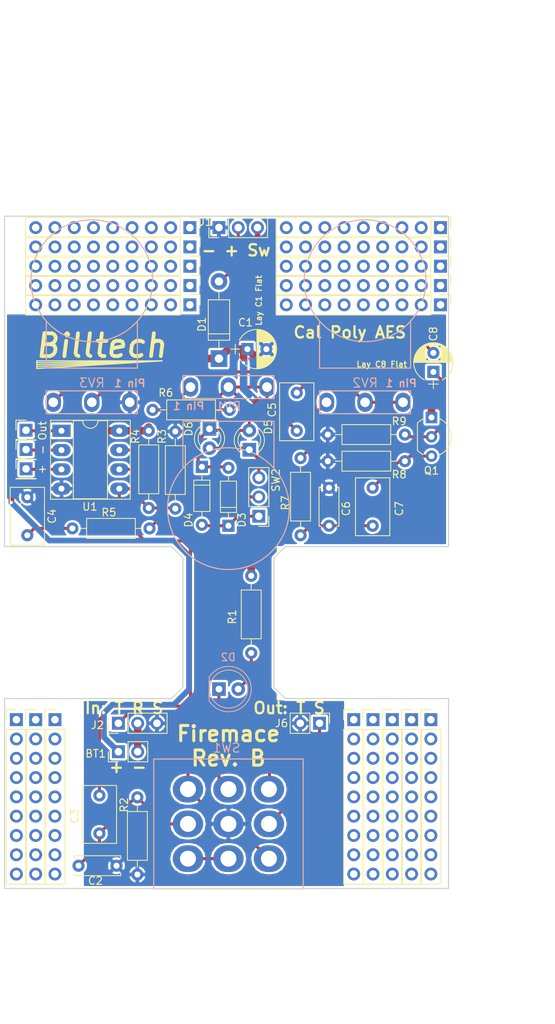
<source format=kicad_pcb>
(kicad_pcb (version 4) (host pcbnew 4.0.7)
  (layers (0 F.Cu signal) (31 B.Cu signal) (34 B.Paste user) (35 F.Paste user) (36 B.SilkS user) (37 F.SilkS user) (38 B.Mask user) (39 F.Mask user) (44 Edge.Cuts user))
  (net 0 "")
  (net 1 +9V)
  (net 2 GND)
  (net 3 "Net-(C2-Pad1)")
  (net 4 "Net-(C3-Pad1)")
  (net 5 "Net-(C4-Pad1)")
  (net 6 "Net-(C5-Pad1)")
  (net 7 "Net-(C5-Pad2)")
  (net 8 "Net-(C6-Pad1)")
  (net 9 "Net-(C7-Pad1)")
  (net 10 "Net-(C8-Pad1)")
  (net 11 "Net-(C8-Pad2)")
  (net 12 "Net-(D1-Pad2)")
  (net 13 "Net-(D2-Pad1)")
  (net 14 "Net-(D2-Pad2)")
  (net 15 "Net-(D3-Pad1)")
  (net 16 "Net-(D5-Pad1)")
  (net 17 "Net-(J2-Pad1)")
  (net 18 "Net-(J3-Pad1)")
  (net 19 "Net-(J4-Pad1)")
  (net 20 "Net-(J5-Pad1)")
  (net 21 "Net-(J6-Pad1)")
  (net 22 "Net-(R5-Pad1)")
  (net 23 "Net-(R6-Pad1)")
  (net 24 "Net-(R7-Pad2)")
  (net 25 "Net-(RV3-Pad2)")
  (net 26 "Net-(SW1-Pad3)")
  (net 27 /Batt+)
  (net 28 /Batt-)
  (module pot_16mm_long_lead (layer B.Cu) (at 161.26 74.644)
    (fp_text reference RV1 (at -0.014 2.552) (layer B.SilkS) (effects (font (size 1.2 1.2)) (justify mirror)))
    (fp_text value "1M Log")
    (pad 1 thru_hole oval (at -5 0) (size 2.032 2.54) (drill 1.27) (layers *.Cu *.Mask) (net 23 "Net-(R6-Pad1)"))
    (pad 2 thru_hole oval (at 0 0) (size 2.032 2.54) (drill 1.27) (layers *.Cu *.Mask) (net 7 "Net-(C5-Pad2)"))
    (pad 3 thru_hole oval (at 5.08 0) (size 2.032 2.54) (drill 1.27) (layers *.Cu *.Mask) (net 7 "Net-(C5-Pad2)"))
  )
  (module Pin_Headers:Pin_Header_Straight_1x09_Pitch2.54mm (layer F.Cu) (at 189.2 63.814 270)
    (fp_text reference REF** hide)
    (fp_text value Pin_Header_Straight_1x09_Pitch2.54mm)
    (pad 1 thru_hole rect (at 0 0 270) (size 1.7 1.7) (drill 1) (layers *.Cu *.Mask))
    (pad 2 thru_hole oval (at 0 2.54 270) (size 1.7 1.7) (drill 1) (layers *.Cu *.Mask))
    (pad 3 thru_hole oval (at 0 5.08 270) (size 1.7 1.7) (drill 1) (layers *.Cu *.Mask))
    (pad 4 thru_hole oval (at 0 7.62 270) (size 1.7 1.7) (drill 1) (layers *.Cu *.Mask))
    (pad 5 thru_hole oval (at 0 10.16 270) (size 1.7 1.7) (drill 1) (layers *.Cu *.Mask))
    (pad 6 thru_hole oval (at 0 12.7 270) (size 1.7 1.7) (drill 1) (layers *.Cu *.Mask))
    (pad 7 thru_hole oval (at 0 15.24 270) (size 1.7 1.7) (drill 1) (layers *.Cu *.Mask))
    (pad 8 thru_hole oval (at 0 17.78 270) (size 1.7 1.7) (drill 1) (layers *.Cu *.Mask))
    (pad 9 thru_hole oval (at 0 20.32 270) (size 1.7 1.7) (drill 1) (layers *.Cu *.Mask))
  )
  (module Pin_Headers:Pin_Header_Straight_1x09_Pitch2.54mm (layer F.Cu) (at 189.2 61.274 270)
    (fp_text reference REF** hide)
    (fp_text value Pin_Header_Straight_1x09_Pitch2.54mm)
    (pad 1 thru_hole rect (at 0 0 270) (size 1.7 1.7) (drill 1) (layers *.Cu *.Mask))
    (pad 2 thru_hole oval (at 0 2.54 270) (size 1.7 1.7) (drill 1) (layers *.Cu *.Mask))
    (pad 3 thru_hole oval (at 0 5.08 270) (size 1.7 1.7) (drill 1) (layers *.Cu *.Mask))
    (pad 4 thru_hole oval (at 0 7.62 270) (size 1.7 1.7) (drill 1) (layers *.Cu *.Mask))
    (pad 5 thru_hole oval (at 0 10.16 270) (size 1.7 1.7) (drill 1) (layers *.Cu *.Mask))
    (pad 6 thru_hole oval (at 0 12.7 270) (size 1.7 1.7) (drill 1) (layers *.Cu *.Mask))
    (pad 7 thru_hole oval (at 0 15.24 270) (size 1.7 1.7) (drill 1) (layers *.Cu *.Mask))
    (pad 8 thru_hole oval (at 0 17.78 270) (size 1.7 1.7) (drill 1) (layers *.Cu *.Mask))
    (pad 9 thru_hole oval (at 0 20.32 270) (size 1.7 1.7) (drill 1) (layers *.Cu *.Mask))
  )
  (module Pin_Headers:Pin_Header_Straight_1x09_Pitch2.54mm (layer F.Cu) (at 189.2 58.734 270)
    (fp_text reference REF** hide)
    (fp_text value Pin_Header_Straight_1x09_Pitch2.54mm)
    (pad 1 thru_hole rect (at 0 0 270) (size 1.7 1.7) (drill 1) (layers *.Cu *.Mask))
    (pad 2 thru_hole oval (at 0 2.54 270) (size 1.7 1.7) (drill 1) (layers *.Cu *.Mask))
    (pad 3 thru_hole oval (at 0 5.08 270) (size 1.7 1.7) (drill 1) (layers *.Cu *.Mask))
    (pad 4 thru_hole oval (at 0 7.62 270) (size 1.7 1.7) (drill 1) (layers *.Cu *.Mask))
    (pad 5 thru_hole oval (at 0 10.16 270) (size 1.7 1.7) (drill 1) (layers *.Cu *.Mask))
    (pad 6 thru_hole oval (at 0 12.7 270) (size 1.7 1.7) (drill 1) (layers *.Cu *.Mask))
    (pad 7 thru_hole oval (at 0 15.24 270) (size 1.7 1.7) (drill 1) (layers *.Cu *.Mask))
    (pad 8 thru_hole oval (at 0 17.78 270) (size 1.7 1.7) (drill 1) (layers *.Cu *.Mask))
    (pad 9 thru_hole oval (at 0 20.32 270) (size 1.7 1.7) (drill 1) (layers *.Cu *.Mask))
  )
  (module Pin_Headers:Pin_Header_Straight_1x09_Pitch2.54mm (layer F.Cu) (at 189.2 56.194 270)
    (fp_text reference REF** hide)
    (fp_text value Pin_Header_Straight_1x09_Pitch2.54mm)
    (pad 1 thru_hole rect (at 0 0 270) (size 1.7 1.7) (drill 1) (layers *.Cu *.Mask))
    (pad 2 thru_hole oval (at 0 2.54 270) (size 1.7 1.7) (drill 1) (layers *.Cu *.Mask))
    (pad 3 thru_hole oval (at 0 5.08 270) (size 1.7 1.7) (drill 1) (layers *.Cu *.Mask))
    (pad 4 thru_hole oval (at 0 7.62 270) (size 1.7 1.7) (drill 1) (layers *.Cu *.Mask))
    (pad 5 thru_hole oval (at 0 10.16 270) (size 1.7 1.7) (drill 1) (layers *.Cu *.Mask))
    (pad 6 thru_hole oval (at 0 12.7 270) (size 1.7 1.7) (drill 1) (layers *.Cu *.Mask))
    (pad 7 thru_hole oval (at 0 15.24 270) (size 1.7 1.7) (drill 1) (layers *.Cu *.Mask))
    (pad 8 thru_hole oval (at 0 17.78 270) (size 1.7 1.7) (drill 1) (layers *.Cu *.Mask))
    (pad 9 thru_hole oval (at 0 20.32 270) (size 1.7 1.7) (drill 1) (layers *.Cu *.Mask))
  )
  (module Pin_Headers:Pin_Header_Straight_1x09_Pitch2.54mm (layer F.Cu) (at 189.2 53.654 270)
    (fp_text reference REF** hide)
    (fp_text value Pin_Header_Straight_1x09_Pitch2.54mm)
    (pad 1 thru_hole rect (at 0 0 270) (size 1.7 1.7) (drill 1) (layers *.Cu *.Mask))
    (pad 2 thru_hole oval (at 0 2.54 270) (size 1.7 1.7) (drill 1) (layers *.Cu *.Mask))
    (pad 3 thru_hole oval (at 0 5.08 270) (size 1.7 1.7) (drill 1) (layers *.Cu *.Mask))
    (pad 4 thru_hole oval (at 0 7.62 270) (size 1.7 1.7) (drill 1) (layers *.Cu *.Mask))
    (pad 5 thru_hole oval (at 0 10.16 270) (size 1.7 1.7) (drill 1) (layers *.Cu *.Mask))
    (pad 6 thru_hole oval (at 0 12.7 270) (size 1.7 1.7) (drill 1) (layers *.Cu *.Mask))
    (pad 7 thru_hole oval (at 0 15.24 270) (size 1.7 1.7) (drill 1) (layers *.Cu *.Mask))
    (pad 8 thru_hole oval (at 0 17.78 270) (size 1.7 1.7) (drill 1) (layers *.Cu *.Mask))
    (pad 9 thru_hole oval (at 0 20.32 270) (size 1.7 1.7) (drill 1) (layers *.Cu *.Mask))
  )
  (module Pin_Headers:Pin_Header_Straight_1x09_Pitch2.54mm (layer F.Cu) (at 156.18 63.814 270)
    (fp_text reference REF** hide)
    (fp_text value Pin_Header_Straight_1x09_Pitch2.54mm)
    (pad 1 thru_hole rect (at 0 0 270) (size 1.7 1.7) (drill 1) (layers *.Cu *.Mask))
    (pad 2 thru_hole oval (at 0 2.54 270) (size 1.7 1.7) (drill 1) (layers *.Cu *.Mask))
    (pad 3 thru_hole oval (at 0 5.08 270) (size 1.7 1.7) (drill 1) (layers *.Cu *.Mask))
    (pad 4 thru_hole oval (at 0 7.62 270) (size 1.7 1.7) (drill 1) (layers *.Cu *.Mask))
    (pad 5 thru_hole oval (at 0 10.16 270) (size 1.7 1.7) (drill 1) (layers *.Cu *.Mask))
    (pad 6 thru_hole oval (at 0 12.7 270) (size 1.7 1.7) (drill 1) (layers *.Cu *.Mask))
    (pad 7 thru_hole oval (at 0 15.24 270) (size 1.7 1.7) (drill 1) (layers *.Cu *.Mask))
    (pad 8 thru_hole oval (at 0 17.78 270) (size 1.7 1.7) (drill 1) (layers *.Cu *.Mask))
    (pad 9 thru_hole oval (at 0 20.32 270) (size 1.7 1.7) (drill 1) (layers *.Cu *.Mask))
  )
  (module Pin_Headers:Pin_Header_Straight_1x09_Pitch2.54mm (layer F.Cu) (at 156.18 61.274 270)
    (fp_text reference REF** hide)
    (fp_text value Pin_Header_Straight_1x09_Pitch2.54mm)
    (pad 1 thru_hole rect (at 0 0 270) (size 1.7 1.7) (drill 1) (layers *.Cu *.Mask))
    (pad 2 thru_hole oval (at 0 2.54 270) (size 1.7 1.7) (drill 1) (layers *.Cu *.Mask))
    (pad 3 thru_hole oval (at 0 5.08 270) (size 1.7 1.7) (drill 1) (layers *.Cu *.Mask))
    (pad 4 thru_hole oval (at 0 7.62 270) (size 1.7 1.7) (drill 1) (layers *.Cu *.Mask))
    (pad 5 thru_hole oval (at 0 10.16 270) (size 1.7 1.7) (drill 1) (layers *.Cu *.Mask))
    (pad 6 thru_hole oval (at 0 12.7 270) (size 1.7 1.7) (drill 1) (layers *.Cu *.Mask))
    (pad 7 thru_hole oval (at 0 15.24 270) (size 1.7 1.7) (drill 1) (layers *.Cu *.Mask))
    (pad 8 thru_hole oval (at 0 17.78 270) (size 1.7 1.7) (drill 1) (layers *.Cu *.Mask))
    (pad 9 thru_hole oval (at 0 20.32 270) (size 1.7 1.7) (drill 1) (layers *.Cu *.Mask))
  )
  (module Pin_Headers:Pin_Header_Straight_1x09_Pitch2.54mm (layer F.Cu) (at 156.18 58.734 270)
    (fp_text reference REF** hide)
    (fp_text value Pin_Header_Straight_1x09_Pitch2.54mm)
    (pad 1 thru_hole rect (at 0 0 270) (size 1.7 1.7) (drill 1) (layers *.Cu *.Mask))
    (pad 2 thru_hole oval (at 0 2.54 270) (size 1.7 1.7) (drill 1) (layers *.Cu *.Mask))
    (pad 3 thru_hole oval (at 0 5.08 270) (size 1.7 1.7) (drill 1) (layers *.Cu *.Mask))
    (pad 4 thru_hole oval (at 0 7.62 270) (size 1.7 1.7) (drill 1) (layers *.Cu *.Mask))
    (pad 5 thru_hole oval (at 0 10.16 270) (size 1.7 1.7) (drill 1) (layers *.Cu *.Mask))
    (pad 6 thru_hole oval (at 0 12.7 270) (size 1.7 1.7) (drill 1) (layers *.Cu *.Mask))
    (pad 7 thru_hole oval (at 0 15.24 270) (size 1.7 1.7) (drill 1) (layers *.Cu *.Mask))
    (pad 8 thru_hole oval (at 0 17.78 270) (size 1.7 1.7) (drill 1) (layers *.Cu *.Mask))
    (pad 9 thru_hole oval (at 0 20.32 270) (size 1.7 1.7) (drill 1) (layers *.Cu *.Mask))
  )
  (module Pin_Headers:Pin_Header_Straight_1x09_Pitch2.54mm (layer F.Cu) (at 156.18 56.194 270)
    (fp_text reference REF** hide)
    (fp_text value Pin_Header_Straight_1x09_Pitch2.54mm)
    (pad 1 thru_hole rect (at 0 0 270) (size 1.7 1.7) (drill 1) (layers *.Cu *.Mask))
    (pad 2 thru_hole oval (at 0 2.54 270) (size 1.7 1.7) (drill 1) (layers *.Cu *.Mask))
    (pad 3 thru_hole oval (at 0 5.08 270) (size 1.7 1.7) (drill 1) (layers *.Cu *.Mask))
    (pad 4 thru_hole oval (at 0 7.62 270) (size 1.7 1.7) (drill 1) (layers *.Cu *.Mask))
    (pad 5 thru_hole oval (at 0 10.16 270) (size 1.7 1.7) (drill 1) (layers *.Cu *.Mask))
    (pad 6 thru_hole oval (at 0 12.7 270) (size 1.7 1.7) (drill 1) (layers *.Cu *.Mask))
    (pad 7 thru_hole oval (at 0 15.24 270) (size 1.7 1.7) (drill 1) (layers *.Cu *.Mask))
    (pad 8 thru_hole oval (at 0 17.78 270) (size 1.7 1.7) (drill 1) (layers *.Cu *.Mask))
    (pad 9 thru_hole oval (at 0 20.32 270) (size 1.7 1.7) (drill 1) (layers *.Cu *.Mask))
  )
  (module Pin_Headers:Pin_Header_Straight_1x09_Pitch2.54mm (layer F.Cu) (at 135.86 118.424)
    (fp_text reference REF** hide)
    (fp_text value Pin_Header_Straight_1x09_Pitch2.54mm)
    (pad 1 thru_hole rect (at 0 0) (size 1.7 1.7) (drill 1) (layers *.Cu *.Mask))
    (pad 2 thru_hole oval (at 0 2.54) (size 1.7 1.7) (drill 1) (layers *.Cu *.Mask))
    (pad 3 thru_hole oval (at 0 5.08) (size 1.7 1.7) (drill 1) (layers *.Cu *.Mask))
    (pad 4 thru_hole oval (at 0 7.62) (size 1.7 1.7) (drill 1) (layers *.Cu *.Mask))
    (pad 5 thru_hole oval (at 0 10.16) (size 1.7 1.7) (drill 1) (layers *.Cu *.Mask))
    (pad 6 thru_hole oval (at 0 12.7) (size 1.7 1.7) (drill 1) (layers *.Cu *.Mask))
    (pad 7 thru_hole oval (at 0 15.24) (size 1.7 1.7) (drill 1) (layers *.Cu *.Mask))
    (pad 8 thru_hole oval (at 0 17.78) (size 1.7 1.7) (drill 1) (layers *.Cu *.Mask))
    (pad 9 thru_hole oval (at 0 20.32) (size 1.7 1.7) (drill 1) (layers *.Cu *.Mask))
  )
  (module Pin_Headers:Pin_Header_Straight_1x09_Pitch2.54mm (layer F.Cu) (at 185.39 118.424)
    (fp_text reference REF** hide)
    (fp_text value Pin_Header_Straight_1x09_Pitch2.54mm)
    (pad 1 thru_hole rect (at 0 0) (size 1.7 1.7) (drill 1) (layers *.Cu *.Mask))
    (pad 2 thru_hole oval (at 0 2.54) (size 1.7 1.7) (drill 1) (layers *.Cu *.Mask))
    (pad 3 thru_hole oval (at 0 5.08) (size 1.7 1.7) (drill 1) (layers *.Cu *.Mask))
    (pad 4 thru_hole oval (at 0 7.62) (size 1.7 1.7) (drill 1) (layers *.Cu *.Mask))
    (pad 5 thru_hole oval (at 0 10.16) (size 1.7 1.7) (drill 1) (layers *.Cu *.Mask))
    (pad 6 thru_hole oval (at 0 12.7) (size 1.7 1.7) (drill 1) (layers *.Cu *.Mask))
    (pad 7 thru_hole oval (at 0 15.24) (size 1.7 1.7) (drill 1) (layers *.Cu *.Mask))
    (pad 8 thru_hole oval (at 0 17.78) (size 1.7 1.7) (drill 1) (layers *.Cu *.Mask))
    (pad 9 thru_hole oval (at 0 20.32) (size 1.7 1.7) (drill 1) (layers *.Cu *.Mask))
  )
  (module Pin_Headers:Pin_Header_Straight_1x09_Pitch2.54mm (layer F.Cu) (at 180.31 118.424)
    (fp_text reference REF** hide)
    (fp_text value Pin_Header_Straight_1x09_Pitch2.54mm)
    (pad 1 thru_hole rect (at 0 0) (size 1.7 1.7) (drill 1) (layers *.Cu *.Mask))
    (pad 2 thru_hole oval (at 0 2.54) (size 1.7 1.7) (drill 1) (layers *.Cu *.Mask))
    (pad 3 thru_hole oval (at 0 5.08) (size 1.7 1.7) (drill 1) (layers *.Cu *.Mask))
    (pad 4 thru_hole oval (at 0 7.62) (size 1.7 1.7) (drill 1) (layers *.Cu *.Mask))
    (pad 5 thru_hole oval (at 0 10.16) (size 1.7 1.7) (drill 1) (layers *.Cu *.Mask))
    (pad 6 thru_hole oval (at 0 12.7) (size 1.7 1.7) (drill 1) (layers *.Cu *.Mask))
    (pad 7 thru_hole oval (at 0 15.24) (size 1.7 1.7) (drill 1) (layers *.Cu *.Mask))
    (pad 8 thru_hole oval (at 0 17.78) (size 1.7 1.7) (drill 1) (layers *.Cu *.Mask))
    (pad 9 thru_hole oval (at 0 20.32) (size 1.7 1.7) (drill 1) (layers *.Cu *.Mask))
  )
  (module guitar-projects:3PDT_Solder_Lugs (layer B.Cu) (at 161.26 132.144)
    (fp_text reference SW1 (at -0.25 -10 180) (layer B.SilkS) (effects (font (size 1.2 1.2)) (justify mirror)))
    (fp_text value SW_3PDT)
    (pad 9 thru_hole oval (at 5.334 4.572 90) (size 3.5 4) (drill 2.1) (layers *.Cu *.Mask) (net 17 "Net-(J2-Pad1)"))
    (pad 8 thru_hole oval (at 5.334 0 90) (size 3.5 4) (drill 2.1) (layers *.Cu *.Mask) (net 21 "Net-(J6-Pad1)"))
    (pad 7 thru_hole oval (at 5.334 -4.572 90) (size 3.5 4) (drill 2.1) (layers *.Cu *.Mask) (net 25 "Net-(RV3-Pad2)"))
    (pad 4 thru_hole oval (at 0 -4.572 90) (size 3.5 4) (drill 2.1) (layers *.Cu *.Mask) (net 13 "Net-(D2-Pad1)"))
    (pad 1 thru_hole oval (at -5.334 -4.572 90) (size 3.5 4) (drill 2.1) (layers *.Cu *.Mask) (net 17 "Net-(J2-Pad1)"))
    (pad 5 thru_hole oval (at 0 0 90) (size 3.5 4) (drill 2.1) (layers *.Cu *.Mask) (net 2 GND))
    (pad 2 thru_hole oval (at -5.334 0 90) (size 3.5 4) (drill 2.1) (layers *.Cu *.Mask) (net 3 "Net-(C2-Pad1)"))
    (pad 6 thru_hole oval (at 0 4.572 90) (size 3.5 4) (drill 2.1) (layers *.Cu *.Mask) (net 26 "Net-(SW1-Pad3)"))
    (pad 3 thru_hole oval (at -5.334 4.572 90) (size 3.5 4) (drill 2.1) (layers *.Cu *.Mask) (net 26 "Net-(SW1-Pad3)"))
  )
  (module Housings_DIP:DIP-8_W7.62mm_Socket_LongPads (layer F.Cu) (at 139.26 80.394)
    (fp_text reference U1 (at 3.75 10) (layer F.SilkS))
    (fp_text value NE5532)
    (pad 1 thru_hole rect (at 0 0) (size 2.4 1.6) (drill 0.8) (layers *.Cu *.Mask) (net 20 "Net-(J5-Pad1)"))
    (pad 5 thru_hole oval (at 7.62 7.62) (size 2.4 1.6) (drill 0.8) (layers *.Cu *.Mask) (net 4 "Net-(C3-Pad1)"))
    (pad 2 thru_hole oval (at 0 2.54) (size 2.4 1.6) (drill 0.8) (layers *.Cu *.Mask) (net 18 "Net-(J3-Pad1)"))
    (pad 6 thru_hole oval (at 7.62 5.08) (size 2.4 1.6) (drill 0.8) (layers *.Cu *.Mask) (net 22 "Net-(R5-Pad1)"))
    (pad 3 thru_hole oval (at 0 5.08) (size 2.4 1.6) (drill 0.8) (layers *.Cu *.Mask) (net 19 "Net-(J4-Pad1)"))
    (pad 7 thru_hole oval (at 7.62 2.54) (size 2.4 1.6) (drill 0.8) (layers *.Cu *.Mask) (net 7 "Net-(C5-Pad2)"))
    (pad 4 thru_hole oval (at 0 7.62) (size 2.4 1.6) (drill 0.8) (layers *.Cu *.Mask) (net 2 GND))
    (pad 8 thru_hole oval (at 7.62 0) (size 2.4 1.6) (drill 0.8) (layers *.Cu *.Mask) (net 1 +9V))
  )
  (module TO_SOT_Packages_THT:TO-92_Inline_Wide (layer F.Cu) (at 188.01 78.644 270)
    (fp_text reference Q1 (at 7 0 360) (layer F.SilkS))
    (fp_text value j201)
    (pad 2 thru_hole circle (at 2.54 0) (size 1.52 1.52) (drill 0.8) (layers *.Cu *.Mask) (net 10 "Net-(C8-Pad1)"))
    (pad 3 thru_hole circle (at 5.08 0) (size 1.52 1.52) (drill 0.8) (layers *.Cu *.Mask) (net 9 "Net-(C7-Pad1)"))
    (pad 1 thru_hole rect (at 0 0) (size 1.52 1.52) (drill 0.8) (layers *.Cu *.Mask) (net 1 +9V))
  )
  (module Pin_Headers:Pin_Header_Straight_1x02_Pitch2.54mm (layer F.Cu) (at 146.76 122.644 90)
    (fp_text reference BT1 (at -0.25 -3 180) (layer F.SilkS))
    (fp_text value 9V)
    (pad 1 thru_hole rect (at 0 0 90) (size 1.7 1.7) (drill 1) (layers *.Cu *.Mask) (net 27 /Batt+))
    (pad 2 thru_hole oval (at 0 2.54 90) (size 1.7 1.7) (drill 1) (layers *.Cu *.Mask) (net 28 /Batt-))
  )
  (module Capacitors_THT:C_Disc_D6.0mm_W2.5mm_P5.00mm (layer F.Cu) (at 141.51 137.644)
    (fp_text reference C2 (at 2.228 1.992) (layer F.SilkS))
    (fp_text value 0.001u)
    (pad 1 thru_hole circle (at 0 0) (size 1.6 1.6) (drill 0.8) (layers *.Cu *.Mask) (net 3 "Net-(C2-Pad1)"))
    (pad 2 thru_hole circle (at 5 0) (size 1.6 1.6) (drill 0.8) (layers *.Cu *.Mask) (net 2 GND))
  )
  (module Capacitors_THT:C_Disc_D7.5mm_W4.4mm_P5.00mm (layer F.Cu) (at 144.26 128.394 270)
    (fp_text reference C3 (at 2.75 3.25 450) (layer F.SilkS))
    (fp_text value 0.047u)
    (pad 1 thru_hole circle (at 0 0 270) (size 1.6 1.6) (drill 0.8) (layers *.Cu *.Mask) (net 4 "Net-(C3-Pad1)"))
    (pad 2 thru_hole circle (at 5 0 270) (size 1.6 1.6) (drill 0.8) (layers *.Cu *.Mask) (net 3 "Net-(C2-Pad1)"))
  )
  (module Capacitors_THT:C_Disc_D7.5mm_W4.4mm_P5.00mm (layer F.Cu) (at 134.76 94.144 90)
    (fp_text reference C4 (at 2.5 3.25 270) (layer F.SilkS))
    (fp_text value 0.22u)
    (pad 1 thru_hole circle (at 0 0 90) (size 1.6 1.6) (drill 0.8) (layers *.Cu *.Mask) (net 5 "Net-(C4-Pad1)"))
    (pad 2 thru_hole circle (at 5 0 90) (size 1.6 1.6) (drill 0.8) (layers *.Cu *.Mask) (net 2 GND))
  )
  (module Capacitors_THT:C_Disc_D7.5mm_W4.4mm_P5.00mm (layer F.Cu) (at 170.26 75.394 270)
    (fp_text reference C5 (at 2.25 3.25 450) (layer F.SilkS))
    (fp_text value 0.1u)
    (pad 1 thru_hole circle (at 0 0 270) (size 1.6 1.6) (drill 0.8) (layers *.Cu *.Mask) (net 6 "Net-(C5-Pad1)"))
    (pad 2 thru_hole circle (at 5 0 270) (size 1.6 1.6) (drill 0.8) (layers *.Cu *.Mask) (net 7 "Net-(C5-Pad2)"))
  )
  (module Capacitors_THT:C_Disc_D5.0mm_W2.5mm_P5.00mm (layer F.Cu) (at 174.51 92.894 90)
    (fp_text reference C6 (at 2.25 2.25 90) (layer F.SilkS))
    (fp_text value 0.0033u)
    (pad 1 thru_hole circle (at 0 0 90) (size 1.6 1.6) (drill 0.8) (layers *.Cu *.Mask) (net 8 "Net-(C6-Pad1)"))
    (pad 2 thru_hole circle (at 5 0 90) (size 1.6 1.6) (drill 0.8) (layers *.Cu *.Mask) (net 2 GND))
  )
  (module Capacitors_THT:C_Disc_D7.5mm_W4.4mm_P5.00mm (layer F.Cu) (at 180.26 87.894 270)
    (fp_text reference C7 (at 2.75 -3.5 450) (layer F.SilkS))
    (fp_text value 0.1u)
    (pad 1 thru_hole circle (at 0 0 270) (size 1.6 1.6) (drill 0.8) (layers *.Cu *.Mask) (net 9 "Net-(C7-Pad1)"))
    (pad 2 thru_hole circle (at 5 0 270) (size 1.6 1.6) (drill 0.8) (layers *.Cu *.Mask) (net 8 "Net-(C6-Pad1)"))
  )
  (module Diodes_THT:D_DO-41_SOD81_P10.16mm_Horizontal (layer F.Cu) (at 160.01 70.894 90)
    (fp_text reference D1 (at 4.5 -2.25 270) (layer F.SilkS))
    (fp_text value 1n5818)
    (pad 1 thru_hole rect (at 0 0 90) (size 2.2 2.2) (drill 1.1) (layers *.Cu *.Mask) (net 1 +9V))
    (pad 2 thru_hole oval (at 10.16 0 90) (size 2.2 2.2) (drill 1.1) (layers *.Cu *.Mask) (net 12 "Net-(D1-Pad2)"))
  )
  (module LEDs:LED_D5.0mm (layer B.Cu) (at 160.01 114.394)
    (fp_text reference D2 (at 1.222 -4.188) (layer B.SilkS) (effects (justify mirror)))
    (fp_text value LED)
    (pad 1 thru_hole rect (at 0 0) (size 1.8 1.8) (drill 0.9) (layers *.Cu *.Mask) (net 13 "Net-(D2-Pad1)"))
    (pad 2 thru_hole circle (at 2.54 0) (size 1.8 1.8) (drill 0.9) (layers *.Cu *.Mask) (net 14 "Net-(D2-Pad2)"))
  )
  (module LEDs:LED_D3.0mm (layer F.Cu) (at 164.01 82.894 90)
    (fp_text reference D5 (at 3 2.5 90) (layer F.SilkS))
    (fp_text value LED)
    (pad 1 thru_hole rect (at 0 0 90) (size 1.8 1.8) (drill 0.9) (layers *.Cu *.Mask) (net 16 "Net-(D5-Pad1)"))
    (pad 2 thru_hole circle (at 2.54 0 90) (size 1.8 1.8) (drill 0.9) (layers *.Cu *.Mask) (net 7 "Net-(C5-Pad2)"))
  )
  (module LEDs:LED_D3.0mm (layer F.Cu) (at 158.76 80.144 270)
    (fp_text reference D6 (at 0 2.75 270) (layer F.SilkS))
    (fp_text value LED)
    (pad 1 thru_hole rect (at 0 0 270) (size 1.8 1.8) (drill 0.9) (layers *.Cu *.Mask) (net 7 "Net-(C5-Pad2)"))
    (pad 2 thru_hole circle (at 2.54 0 270) (size 1.8 1.8) (drill 0.9) (layers *.Cu *.Mask) (net 16 "Net-(D5-Pad1)"))
  )
  (module Pin_Headers:Pin_Header_Straight_1x03_Pitch2.54mm (layer F.Cu) (at 160.01 53.644 90)
    (fp_text reference J1 (at 0.75 -1.75 180) (layer F.SilkS))
    (fp_text value "2.1mm Center Neg Insulated")
    (pad 1 thru_hole rect (at 0 0 90) (size 1.7 1.7) (drill 1) (layers *.Cu *.Mask) (net 2 GND))
    (pad 2 thru_hole oval (at 0 2.54 90) (size 1.7 1.7) (drill 1) (layers *.Cu *.Mask) (net 12 "Net-(D1-Pad2)"))
    (pad 3 thru_hole oval (at 0 5.08 90) (size 1.7 1.7) (drill 1) (layers *.Cu *.Mask) (net 27 /Batt+))
  )
  (module Pin_Headers:Pin_Header_Straight_1x01_Pitch2.54mm (layer F.Cu) (at 134.59 82.864)
    (fp_text reference - (at 2.17 0.03 90) (layer F.SilkS))
    (fp_text value TEST_1P)
    (pad 1 thru_hole rect (at 0 0) (size 1.7 1.7) (drill 1) (layers *.Cu *.Mask) (net 18 "Net-(J3-Pad1)"))
  )
  (module Pin_Headers:Pin_Header_Straight_1x01_Pitch2.54mm (layer F.Cu) (at 134.59 85.404)
    (fp_text reference + (at 2.17 -0.01) (layer F.SilkS))
    (fp_text value TEST_1P)
    (pad 1 thru_hole rect (at 0 0) (size 1.7 1.7) (drill 1) (layers *.Cu *.Mask) (net 19 "Net-(J4-Pad1)"))
  )
  (module Pin_Headers:Pin_Header_Straight_1x01_Pitch2.54mm (layer F.Cu) (at 134.59 80.324)
    (fp_text reference Out (at 2.17 0.07 90) (layer F.SilkS))
    (fp_text value TEST_1P)
    (pad 1 thru_hole rect (at 0 0) (size 1.7 1.7) (drill 1) (layers *.Cu *.Mask) (net 20 "Net-(J5-Pad1)"))
  )
  (module Resistors_THT:R_Axial_DIN0207_L6.3mm_D2.5mm_P10.16mm_Horizontal (layer F.Cu) (at 164.26 109.644 90)
    (fp_text reference R1 (at 4.75 -2.5 270) (layer F.SilkS))
    (fp_text value 10k)
    (pad 1 thru_hole circle (at 0 0 90) (size 1.6 1.6) (drill 0.8) (layers *.Cu *.Mask) (net 14 "Net-(D2-Pad2)"))
    (pad 2 thru_hole oval (at 10.16 0 90) (size 1.6 1.6) (drill 0.8) (layers *.Cu *.Mask) (net 1 +9V))
  )
  (module Resistors_THT:R_Axial_DIN0207_L6.3mm_D2.5mm_P10.16mm_Horizontal (layer F.Cu) (at 149.26 128.644 270)
    (fp_text reference R2 (at 1 1.75 270) (layer F.SilkS))
    (fp_text value 1M)
    (pad 1 thru_hole circle (at 0 0 270) (size 1.6 1.6) (drill 0.8) (layers *.Cu *.Mask) (net 3 "Net-(C2-Pad1)"))
    (pad 2 thru_hole oval (at 10.16 0 270) (size 1.6 1.6) (drill 0.8) (layers *.Cu *.Mask) (net 2 GND))
  )
  (module Resistors_THT:R_Axial_DIN0207_L6.3mm_D2.5mm_P10.16mm_Horizontal (layer F.Cu) (at 154.26 90.644 90)
    (fp_text reference R3 (at 9.5 -1.75 270) (layer F.SilkS))
    (fp_text value 470k)
    (pad 1 thru_hole circle (at 0 0 90) (size 1.6 1.6) (drill 0.8) (layers *.Cu *.Mask) (net 4 "Net-(C3-Pad1)"))
    (pad 2 thru_hole oval (at 10.16 0 90) (size 1.6 1.6) (drill 0.8) (layers *.Cu *.Mask) (net 2 GND))
  )
  (module Resistors_THT:R_Axial_DIN0207_L6.3mm_D2.5mm_P10.16mm_Horizontal (layer F.Cu) (at 150.76 80.394 270)
    (fp_text reference R4 (at 0.75 1.75 450) (layer F.SilkS))
    (fp_text value 470k)
    (pad 1 thru_hole circle (at 0 0 270) (size 1.6 1.6) (drill 0.8) (layers *.Cu *.Mask) (net 1 +9V))
    (pad 2 thru_hole oval (at 10.16 0 270) (size 1.6 1.6) (drill 0.8) (layers *.Cu *.Mask) (net 4 "Net-(C3-Pad1)"))
  )
  (module Resistors_THT:R_Axial_DIN0207_L6.3mm_D2.5mm_P10.16mm_Horizontal (layer F.Cu) (at 150.86 93.244 180)
    (fp_text reference R5 (at 5.35 2.1 180) (layer F.SilkS))
    (fp_text value 1k8)
    (pad 1 thru_hole circle (at 0 0 180) (size 1.6 1.6) (drill 0.8) (layers *.Cu *.Mask) (net 22 "Net-(R5-Pad1)"))
    (pad 2 thru_hole oval (at 10.16 0 180) (size 1.6 1.6) (drill 0.8) (layers *.Cu *.Mask) (net 5 "Net-(C4-Pad1)"))
  )
  (module Resistors_THT:R_Axial_DIN0207_L6.3mm_D2.5mm_P10.16mm_Horizontal (layer F.Cu) (at 151.26 77.644)
    (fp_text reference R6 (at 1.75 -2.25) (layer F.SilkS))
    (fp_text value 10k)
    (pad 1 thru_hole circle (at 0 0) (size 1.6 1.6) (drill 0.8) (layers *.Cu *.Mask) (net 23 "Net-(R6-Pad1)"))
    (pad 2 thru_hole oval (at 10.16 0) (size 1.6 1.6) (drill 0.8) (layers *.Cu *.Mask) (net 22 "Net-(R5-Pad1)"))
  )
  (module Resistors_THT:R_Axial_DIN0207_L6.3mm_D2.5mm_P10.16mm_Horizontal (layer F.Cu) (at 170.76 94.144 90)
    (fp_text reference R7 (at 4.25 -2 270) (layer F.SilkS))
    (fp_text value 1k8)
    (pad 1 thru_hole circle (at 0 0 90) (size 1.6 1.6) (drill 0.8) (layers *.Cu *.Mask) (net 8 "Net-(C6-Pad1)"))
    (pad 2 thru_hole oval (at 10.16 0 90) (size 1.6 1.6) (drill 0.8) (layers *.Cu *.Mask) (net 24 "Net-(R7-Pad2)"))
  )
  (module Resistors_THT:R_Axial_DIN0207_L6.3mm_D2.5mm_P10.16mm_Horizontal (layer F.Cu) (at 184.51 84.394 180)
    (fp_text reference R8 (at 0.75 -1.75 180) (layer F.SilkS))
    (fp_text value 1M)
    (pad 1 thru_hole circle (at 0 0 180) (size 1.6 1.6) (drill 0.8) (layers *.Cu *.Mask) (net 9 "Net-(C7-Pad1)"))
    (pad 2 thru_hole oval (at 10.16 0 180) (size 1.6 1.6) (drill 0.8) (layers *.Cu *.Mask) (net 2 GND))
  )
  (module Resistors_THT:R_Axial_DIN0207_L6.3mm_D2.5mm_P10.16mm_Horizontal (layer F.Cu) (at 184.51 80.894 180)
    (fp_text reference R9 (at 0.75 1.75 180) (layer F.SilkS))
    (fp_text value 10k)
    (pad 1 thru_hole circle (at 0 0 180) (size 1.6 1.6) (drill 0.8) (layers *.Cu *.Mask) (net 10 "Net-(C8-Pad1)"))
    (pad 2 thru_hole oval (at 10.16 0 180) (size 1.6 1.6) (drill 0.8) (layers *.Cu *.Mask) (net 2 GND))
  )
  (module Pin_Headers:Pin_Header_Straight_1x03_Pitch2.54mm (layer F.Cu) (at 165.26 91.644 180)
    (fp_text reference SW2 (at -2.25 4.75 450) (layer F.SilkS))
    (fp_text value SW_SPDT)
    (pad 1 thru_hole rect (at 0 0 180) (size 1.7 1.7) (drill 1) (layers *.Cu *.Mask) (net 15 "Net-(D3-Pad1)"))
    (pad 2 thru_hole oval (at 0 2.54 180) (size 1.7 1.7) (drill 1) (layers *.Cu *.Mask) (net 22 "Net-(R5-Pad1)"))
    (pad 3 thru_hole oval (at 0 5.08 180) (size 1.7 1.7) (drill 1) (layers *.Cu *.Mask) (net 16 "Net-(D5-Pad1)"))
  )
  (module Diodes_THT:D_DO-35_SOD27_P7.62mm_Horizontal (layer F.Cu) (at 161.26 92.894 90)
    (fp_text reference D3 (at 0.75 1.75 270) (layer F.SilkS))
    (fp_text value 1N4148)
    (pad 1 thru_hole rect (at 0 0 90) (size 1.6 1.6) (drill 0.8) (layers *.Cu *.Mask) (net 15 "Net-(D3-Pad1)"))
    (pad 2 thru_hole oval (at 7.62 0 90) (size 1.6 1.6) (drill 0.8) (layers *.Cu *.Mask) (net 7 "Net-(C5-Pad2)"))
  )
  (module Diodes_THT:D_DO-35_SOD27_P7.62mm_Horizontal (layer F.Cu) (at 157.76 85.144 270)
    (fp_text reference D4 (at 7 1.75 450) (layer F.SilkS))
    (fp_text value 1N4148)
    (pad 1 thru_hole rect (at 0 0 270) (size 1.6 1.6) (drill 0.8) (layers *.Cu *.Mask) (net 7 "Net-(C5-Pad2)"))
    (pad 2 thru_hole oval (at 7.62 0 270) (size 1.6 1.6) (drill 0.8) (layers *.Cu *.Mask) (net 15 "Net-(D3-Pad1)"))
  )
  (module Capacitors_THT:CP_Radial_D5.0mm_P2.50mm (layer F.Cu) (at 163.76 69.644)
    (fp_text reference C1 (at -0.25 -3.5) (layer F.SilkS))
    (fp_text value 100u)
    (pad 1 thru_hole rect (at 0 0) (size 1.6 1.6) (drill 0.8) (layers *.Cu *.Mask) (net 1 +9V))
    (pad 2 thru_hole circle (at 2.5 0) (size 1.6 1.6) (drill 0.8) (layers *.Cu *.Mask) (net 2 GND))
  )
  (module Capacitors_THT:CP_Radial_D5.0mm_P2.50mm (layer F.Cu) (at 188.26 72.644 90)
    (fp_text reference C8 (at 5 0 90) (layer F.SilkS))
    (fp_text value 10u)
    (pad 1 thru_hole rect (at 0 0 90) (size 1.6 1.6) (drill 0.8) (layers *.Cu *.Mask) (net 10 "Net-(C8-Pad1)"))
    (pad 2 thru_hole circle (at 2.5 0 90) (size 1.6 1.6) (drill 0.8) (layers *.Cu *.Mask) (net 11 "Net-(C8-Pad2)"))
  )
  (module Pin_Headers:Pin_Header_Straight_1x03_Pitch2.54mm (layer F.Cu) (at 146.76 118.894 90)
    (fp_text reference J2 (at -0.25 -2.75 180) (layer F.SilkS))
    (fp_text value "Input Stereo")
    (pad 1 thru_hole rect (at 0 0 90) (size 1.7 1.7) (drill 1) (layers *.Cu *.Mask) (net 17 "Net-(J2-Pad1)"))
    (pad 2 thru_hole oval (at 0 2.54 90) (size 1.7 1.7) (drill 1) (layers *.Cu *.Mask) (net 28 /Batt-))
    (pad 3 thru_hole oval (at 0 5.08 90) (size 1.7 1.7) (drill 1) (layers *.Cu *.Mask) (net 2 GND))
  )
  (module Pin_Headers:Pin_Header_Straight_1x02_Pitch2.54mm (layer F.Cu) (at 173.26 118.894 270)
    (fp_text reference J6 (at 0 5 360) (layer F.SilkS))
    (fp_text value "Output Mono")
    (pad 1 thru_hole rect (at 0 0 270) (size 1.7 1.7) (drill 1) (layers *.Cu *.Mask) (net 21 "Net-(J6-Pad1)"))
    (pad 2 thru_hole oval (at 0 2.54 270) (size 1.7 1.7) (drill 1) (layers *.Cu *.Mask) (net 2 GND))
  )
  (module Pin_Headers:Pin_Header_Straight_1x09_Pitch2.54mm (layer F.Cu) (at 177.77 118.424)
    (fp_text reference REF** hide)
    (fp_text value Pin_Header_Straight_1x09_Pitch2.54mm)
    (pad 1 thru_hole rect (at 0 0) (size 1.7 1.7) (drill 1) (layers *.Cu *.Mask))
    (pad 2 thru_hole oval (at 0 2.54) (size 1.7 1.7) (drill 1) (layers *.Cu *.Mask))
    (pad 3 thru_hole oval (at 0 5.08) (size 1.7 1.7) (drill 1) (layers *.Cu *.Mask))
    (pad 4 thru_hole oval (at 0 7.62) (size 1.7 1.7) (drill 1) (layers *.Cu *.Mask))
    (pad 5 thru_hole oval (at 0 10.16) (size 1.7 1.7) (drill 1) (layers *.Cu *.Mask))
    (pad 6 thru_hole oval (at 0 12.7) (size 1.7 1.7) (drill 1) (layers *.Cu *.Mask))
    (pad 7 thru_hole oval (at 0 15.24) (size 1.7 1.7) (drill 1) (layers *.Cu *.Mask))
    (pad 8 thru_hole oval (at 0 17.78) (size 1.7 1.7) (drill 1) (layers *.Cu *.Mask))
    (pad 9 thru_hole oval (at 0 20.32) (size 1.7 1.7) (drill 1) (layers *.Cu *.Mask))
  )
  (module Pin_Headers:Pin_Header_Straight_1x09_Pitch2.54mm (layer F.Cu) (at 182.85 118.424)
    (fp_text reference REF** hide)
    (fp_text value Pin_Header_Straight_1x09_Pitch2.54mm)
    (pad 1 thru_hole rect (at 0 0) (size 1.7 1.7) (drill 1) (layers *.Cu *.Mask))
    (pad 2 thru_hole oval (at 0 2.54) (size 1.7 1.7) (drill 1) (layers *.Cu *.Mask))
    (pad 3 thru_hole oval (at 0 5.08) (size 1.7 1.7) (drill 1) (layers *.Cu *.Mask))
    (pad 4 thru_hole oval (at 0 7.62) (size 1.7 1.7) (drill 1) (layers *.Cu *.Mask))
    (pad 5 thru_hole oval (at 0 10.16) (size 1.7 1.7) (drill 1) (layers *.Cu *.Mask))
    (pad 6 thru_hole oval (at 0 12.7) (size 1.7 1.7) (drill 1) (layers *.Cu *.Mask))
    (pad 7 thru_hole oval (at 0 15.24) (size 1.7 1.7) (drill 1) (layers *.Cu *.Mask))
    (pad 8 thru_hole oval (at 0 17.78) (size 1.7 1.7) (drill 1) (layers *.Cu *.Mask))
    (pad 9 thru_hole oval (at 0 20.32) (size 1.7 1.7) (drill 1) (layers *.Cu *.Mask))
  )
  (module Pin_Headers:Pin_Header_Straight_1x09_Pitch2.54mm (layer F.Cu) (at 187.93 118.424)
    (fp_text reference REF** hide)
    (fp_text value Pin_Header_Straight_1x09_Pitch2.54mm)
    (pad 1 thru_hole rect (at 0 0) (size 1.7 1.7) (drill 1) (layers *.Cu *.Mask))
    (pad 2 thru_hole oval (at 0 2.54) (size 1.7 1.7) (drill 1) (layers *.Cu *.Mask))
    (pad 3 thru_hole oval (at 0 5.08) (size 1.7 1.7) (drill 1) (layers *.Cu *.Mask))
    (pad 4 thru_hole oval (at 0 7.62) (size 1.7 1.7) (drill 1) (layers *.Cu *.Mask))
    (pad 5 thru_hole oval (at 0 10.16) (size 1.7 1.7) (drill 1) (layers *.Cu *.Mask))
    (pad 6 thru_hole oval (at 0 12.7) (size 1.7 1.7) (drill 1) (layers *.Cu *.Mask))
    (pad 7 thru_hole oval (at 0 15.24) (size 1.7 1.7) (drill 1) (layers *.Cu *.Mask))
    (pad 8 thru_hole oval (at 0 17.78) (size 1.7 1.7) (drill 1) (layers *.Cu *.Mask))
    (pad 9 thru_hole oval (at 0 20.32) (size 1.7 1.7) (drill 1) (layers *.Cu *.Mask))
  )
  (module Pin_Headers:Pin_Header_Straight_1x09_Pitch2.54mm (layer F.Cu) (at 133.32 118.424)
    (fp_text reference REF** hide)
    (fp_text value Pin_Header_Straight_1x09_Pitch2.54mm)
    (pad 1 thru_hole rect (at 0 0) (size 1.7 1.7) (drill 1) (layers *.Cu *.Mask))
    (pad 2 thru_hole oval (at 0 2.54) (size 1.7 1.7) (drill 1) (layers *.Cu *.Mask))
    (pad 3 thru_hole oval (at 0 5.08) (size 1.7 1.7) (drill 1) (layers *.Cu *.Mask))
    (pad 4 thru_hole oval (at 0 7.62) (size 1.7 1.7) (drill 1) (layers *.Cu *.Mask))
    (pad 5 thru_hole oval (at 0 10.16) (size 1.7 1.7) (drill 1) (layers *.Cu *.Mask))
    (pad 6 thru_hole oval (at 0 12.7) (size 1.7 1.7) (drill 1) (layers *.Cu *.Mask))
    (pad 7 thru_hole oval (at 0 15.24) (size 1.7 1.7) (drill 1) (layers *.Cu *.Mask))
    (pad 8 thru_hole oval (at 0 17.78) (size 1.7 1.7) (drill 1) (layers *.Cu *.Mask))
    (pad 9 thru_hole oval (at 0 20.32) (size 1.7 1.7) (drill 1) (layers *.Cu *.Mask))
  )
  (module Pin_Headers:Pin_Header_Straight_1x09_Pitch2.54mm (layer F.Cu) (at 138.4 118.424)
    (fp_text reference REF** hide)
    (fp_text value Pin_Header_Straight_1x09_Pitch2.54mm)
    (pad 1 thru_hole rect (at 0 0) (size 1.7 1.7) (drill 1) (layers *.Cu *.Mask))
    (pad 2 thru_hole oval (at 0 2.54) (size 1.7 1.7) (drill 1) (layers *.Cu *.Mask))
    (pad 3 thru_hole oval (at 0 5.08) (size 1.7 1.7) (drill 1) (layers *.Cu *.Mask))
    (pad 4 thru_hole oval (at 0 7.62) (size 1.7 1.7) (drill 1) (layers *.Cu *.Mask))
    (pad 5 thru_hole oval (at 0 10.16) (size 1.7 1.7) (drill 1) (layers *.Cu *.Mask))
    (pad 6 thru_hole oval (at 0 12.7) (size 1.7 1.7) (drill 1) (layers *.Cu *.Mask))
    (pad 7 thru_hole oval (at 0 15.24) (size 1.7 1.7) (drill 1) (layers *.Cu *.Mask))
    (pad 8 thru_hole oval (at 0 17.78) (size 1.7 1.7) (drill 1) (layers *.Cu *.Mask))
    (pad 9 thru_hole oval (at 0 20.32) (size 1.7 1.7) (drill 1) (layers *.Cu *.Mask))
  )
  (module Pin_Headers:Pin_Header_Straight_1x09_Pitch2.54mm (layer F.Cu) (at 156.18 53.654 270)
    (fp_text reference REF** hide)
    (fp_text value Pin_Header_Straight_1x09_Pitch2.54mm)
    (pad 1 thru_hole rect (at 0 0 270) (size 1.7 1.7) (drill 1) (layers *.Cu *.Mask))
    (pad 2 thru_hole oval (at 0 2.54 270) (size 1.7 1.7) (drill 1) (layers *.Cu *.Mask))
    (pad 3 thru_hole oval (at 0 5.08 270) (size 1.7 1.7) (drill 1) (layers *.Cu *.Mask))
    (pad 4 thru_hole oval (at 0 7.62 270) (size 1.7 1.7) (drill 1) (layers *.Cu *.Mask))
    (pad 5 thru_hole oval (at 0 10.16 270) (size 1.7 1.7) (drill 1) (layers *.Cu *.Mask))
    (pad 6 thru_hole oval (at 0 12.7 270) (size 1.7 1.7) (drill 1) (layers *.Cu *.Mask))
    (pad 7 thru_hole oval (at 0 15.24 270) (size 1.7 1.7) (drill 1) (layers *.Cu *.Mask))
    (pad 8 thru_hole oval (at 0 17.78 270) (size 1.7 1.7) (drill 1) (layers *.Cu *.Mask))
    (pad 9 thru_hole oval (at 0 20.32 270) (size 1.7 1.7) (drill 1) (layers *.Cu *.Mask))
  )
  (module feetprints:Billtech (layer F.Cu) (at 145.26 69.444)
    (fp_text reference REF** hide)
    (fp_text value Billtech hide)
    (fp_text user Billtech (at -0.75 -0.25) (layer F.SilkS) (effects (font (size 3 3) (thickness 0.5) italic)))
  )
  (module feetprints:pot_16mm_long_lead (layer B.Cu) (at 179.26 76.644 180)
    (fp_text reference RV2 (at -0.014 2.552 180) (layer B.SilkS) (effects (font (size 1.2 1.2)) (justify mirror)))
    (fp_text value "100k Lin")
    (pad 1 thru_hole oval (at -5 0 180) (size 2.032 2.54) (drill 1.27) (layers *.Cu *.Mask) (net 6 "Net-(C5-Pad1)"))
    (pad 2 thru_hole oval (at 0 0 180) (size 2.032 2.54) (drill 1.27) (layers *.Cu *.Mask) (net 6 "Net-(C5-Pad1)"))
    (pad 3 thru_hole oval (at 5.08 0 180) (size 2.032 2.54) (drill 1.27) (layers *.Cu *.Mask) (net 24 "Net-(R7-Pad2)"))
  )
  (module feetprints:pot_16mm_long_lead (layer B.Cu) (at 143.26 76.644 180)
    (fp_text reference RV3 (at -0.014 2.552 180) (layer B.SilkS) (effects (font (size 1.2 1.2)) (justify mirror)))
    (fp_text value "100k Log")
    (pad 1 thru_hole oval (at -5 0 180) (size 2.032 2.54) (drill 1.27) (layers *.Cu *.Mask) (net 2 GND))
    (pad 2 thru_hole oval (at 0 0 180) (size 2.032 2.54) (drill 1.27) (layers *.Cu *.Mask) (net 25 "Net-(RV3-Pad2)"))
    (pad 3 thru_hole oval (at 5.08 0 180) (size 2.032 2.54) (drill 1.27) (layers *.Cu *.Mask) (net 11 "Net-(C8-Pad2)"))
  )
  (gr_text "Pin 1\n" (at 184.01 74.144) (layer B.SilkS) (effects (font (size 1 1) (thickness 0.2)) (justify mirror)))
  (gr_text "Pin 1\n" (at 156.01 77.144) (layer B.SilkS) (effects (font (size 1 1) (thickness 0.2)) (justify mirror)))
  (gr_text "Pin 1\n" (at 148.26 74.144) (layer B.SilkS) (effects (font (size 1 1) (thickness 0.2)) (justify mirror)))
  (gr_text "Out: T S" (at 169.26 116.894) (layer F.SilkS) (effects (font (size 1.5 1.5) (thickness 0.3))))
  (gr_text "In: T R S" (at 147.51 116.894) (layer F.SilkS) (effects (font (size 1.5 1.5) (thickness 0.3))))
  (gr_text "+ -" (at 148.01 124.644) (layer F.SilkS) (effects (font (size 1.5 1.5) (thickness 0.3))))
  (gr_line (start 190.26 140.644) (end 131.76 140.644) (angle 90) (layer Edge.Cuts) (width 0.15))
  (gr_line (start 190.26 115.644) (end 190.26 140.644) (angle 90) (layer Edge.Cuts) (width 0.15))
  (gr_line (start 168.76 115.644) (end 190.26 115.644) (angle 90) (layer Edge.Cuts) (width 0.15))
  (gr_line (start 167.26 114.144) (end 168.76 115.644) (angle 90) (layer Edge.Cuts) (width 0.15))
  (gr_line (start 167.26 97.144) (end 167.26 114.144) (angle 90) (layer Edge.Cuts) (width 0.15))
  (gr_line (start 168.76 95.644) (end 167.26 97.144) (angle 90) (layer Edge.Cuts) (width 0.15))
  (gr_line (start 190.26 95.644) (end 168.76 95.644) (angle 90) (layer Edge.Cuts) (width 0.15))
  (gr_line (start 190.26 95.144) (end 190.26 95.644) (angle 90) (layer Edge.Cuts) (width 0.15))
  (gr_line (start 190.26 52.144) (end 190.26 95.144) (angle 90) (layer Edge.Cuts) (width 0.15))
  (gr_line (start 131.76 115.644) (end 131.76 140.644) (angle 90) (layer Edge.Cuts) (width 0.15))
  (gr_line (start 153.76 115.644) (end 131.76 115.644) (angle 90) (layer Edge.Cuts) (width 0.15))
  (gr_line (start 155.26 114.144) (end 155.26 97.144) (angle 90) (layer Edge.Cuts) (width 0.15))
  (gr_line (start 155.26 114.144) (end 153.76 115.644) (angle 90) (layer Edge.Cuts) (width 0.15))
  (gr_line (start 153.76 95.644) (end 155.26 97.144) (angle 90) (layer Edge.Cuts) (width 0.15))
  (gr_line (start 131.76 95.644) (end 153.76 95.644) (angle 90) (layer Edge.Cuts) (width 0.15))
  (gr_line (start 131.76 52.144) (end 131.76 95.644) (angle 90) (layer Edge.Cuts) (width 0.15))
  (gr_line (start 190.26 52.144) (end 131.76 52.144) (angle 90) (layer Edge.Cuts) (width 0.15))
  (gr_text "Lay C8 Flat" (at 181.46 71.644) (layer F.SilkS) (effects (font (size 0.75 0.75))))
  (gr_text "Cal Poly AES" (at 177.26 67.444) (layer F.SilkS) (effects (font (size 1.5 1.5) (thickness 0.3))))
  (gr_text "Lay C1 Flat" (at 165.26 63.244 90) (layer F.SilkS) (effects (font (size 0.75 0.75))))
  (gr_text "Firemace\nRev. B" (at 161.26 121.894) (layer F.SilkS) (effects (font (size 2 2) (thickness 0.4))))
  (gr_text "- + Sw" (at 162.26 56.644) (layer F.SilkS) (effects (font (size 1.5 1.5) (thickness 0.3))))
  (segment (start 164.46 76.044) (end 163.26 74.844) (width 1) (layer B.Cu) (net 1))
  (segment (start 164.26 99.484) (end 164.26 96.144) (width 1) (layer F.Cu) (net 1))
  (segment (start 168.01 92.394) (end 168.01 81.894) (width 1) (layer F.Cu) (net 1))
  (segment (start 164.26 96.144) (end 168.01 92.394) (width 1) (layer F.Cu) (net 1))
  (segment (start 168.01 79.594) (end 168.01 81.894) (width 1) (layer F.Cu) (net 1))
  (segment (start 164.46 76.044) (end 168.01 79.594) (width 1) (layer F.Cu) (net 1))
  (via (at 164.46 76.044) (size 0.6) (drill 0.4) (layers F.Cu B.Cu) (net 1))
  (segment (start 163.26 71.444) (end 163.26 70.144) (width 1) (layer F.Cu) (net 1))
  (via (at 163.26 71.444) (size 0.6) (drill 0.4) (layers F.Cu B.Cu) (net 1))
  (segment (start 163.26 74.844) (end 163.26 71.444) (width 1) (layer B.Cu) (net 1))
  (segment (start 163.26 70.144) (end 163.76 69.644) (width 1) (layer F.Cu) (net 1))
  (segment (start 188.01 78.644) (end 188.01 76.394) (width 1) (layer F.Cu) (net 1))
  (segment (start 165.51 71.394) (end 183.01 71.394) (width 1) (layer F.Cu) (net 1))
  (segment (start 183.01 71.394) (end 188.01 76.394) (width 1) (layer F.Cu) (net 1))
  (segment (start 165.51 71.394) (end 163.76 69.644) (width 1) (layer F.Cu) (net 1))
  (segment (start 146.88 80.394) (end 143.26 80.394) (width 1) (layer F.Cu) (net 1))
  (segment (start 146.01 70.894) (end 160.01 70.894) (width 1) (layer F.Cu) (net 1))
  (segment (start 141.26 75.644) (end 146.01 70.894) (width 1) (layer F.Cu) (net 1))
  (segment (start 141.26 78.394) (end 141.26 75.644) (width 1) (layer F.Cu) (net 1))
  (segment (start 143.26 80.394) (end 141.26 78.394) (width 1) (layer F.Cu) (net 1))
  (segment (start 160.01 70.894) (end 161.26 69.644) (width 1) (layer F.Cu) (net 1))
  (segment (start 161.26 69.644) (end 163.76 69.644) (width 1) (layer F.Cu) (net 1))
  (segment (start 146.88 80.394) (end 150.26 80.394) (width 1) (layer F.Cu) (net 1))
  (segment (start 150.26 80.394) (end 150.76 79.894) (width 1) (layer F.Cu) (net 1))
  (segment (start 144.26 133.394) (end 149.01 128.644) (width 0.4) (layer F.Cu) (net 3))
  (segment (start 149.01 128.644) (end 149.26 128.644) (width 0.4) (layer F.Cu) (net 3))
  (segment (start 141.51 137.644) (end 144.26 134.894) (width 0.4) (layer F.Cu) (net 3))
  (segment (start 144.26 134.894) (end 144.26 133.394) (width 0.4) (layer F.Cu) (net 3))
  (segment (start 149.26 128.644) (end 152.76 132.144) (width 0.4) (layer F.Cu) (net 3))
  (segment (start 152.76 132.144) (end 155.926 132.144) (width 0.4) (layer F.Cu) (net 3))
  (segment (start 146.01 116.644) (end 144.26 118.394) (width 0.4) (layer F.Cu) (net 4))
  (segment (start 146.88 91.514) (end 150.26 94.894) (width 0.4) (layer F.Cu) (net 4))
  (segment (start 150.26 94.894) (end 155.26 94.894) (width 0.4) (layer F.Cu) (net 4))
  (segment (start 155.26 94.894) (end 156.26 95.894) (width 0.4) (layer F.Cu) (net 4))
  (segment (start 156.26 115.394) (end 156.26 95.894) (width 0.4) (layer F.Cu) (net 4))
  (segment (start 155.01 116.644) (end 156.26 115.394) (width 0.4) (layer F.Cu) (net 4))
  (segment (start 146.01 116.644) (end 155.01 116.644) (width 0.4) (layer F.Cu) (net 4))
  (segment (start 146.88 88.014) (end 146.88 91.514) (width 0.4) (layer F.Cu) (net 4))
  (segment (start 144.26 118.394) (end 144.26 128.394) (width 0.4) (layer F.Cu) (net 4))
  (segment (start 150.76 90.554) (end 154.17 90.554) (width 0.4) (layer F.Cu) (net 4))
  (segment (start 154.17 90.554) (end 154.26 90.644) (width 0.4) (layer F.Cu) (net 4))
  (segment (start 146.88 88.014) (end 148.22 88.014) (width 0.4) (layer F.Cu) (net 4))
  (segment (start 148.22 88.014) (end 150.76 90.554) (width 0.4) (layer F.Cu) (net 4))
  (segment (start 134.76 94.144) (end 135.66 93.244) (width 0.4) (layer F.Cu) (net 5))
  (segment (start 135.66 93.244) (end 140.7 93.244) (width 0.4) (layer F.Cu) (net 5))
  (segment (start 179.26 76.644) (end 184.26 76.644) (width 0.4) (layer F.Cu) (net 6))
  (segment (start 170.26 75.394) (end 171.01 74.644) (width 0.4) (layer F.Cu) (net 6))
  (segment (start 171.01 74.644) (end 177.26 74.644) (width 0.4) (layer F.Cu) (net 6))
  (segment (start 177.26 74.644) (end 179.26 76.644) (width 0.4) (layer F.Cu) (net 6))
  (segment (start 166.34 74.644) (end 166.34 76.474) (width 0.4) (layer F.Cu) (net 7))
  (segment (start 166.34 76.474) (end 170.26 80.394) (width 0.4) (layer F.Cu) (net 7))
  (segment (start 170.22 80.354) (end 170.26 80.394) (width 0.4) (layer F.Cu) (net 7))
  (segment (start 146.88 82.934) (end 150.72 82.934) (width 0.4) (layer F.Cu) (net 7))
  (segment (start 159.26 76.644) (end 161.26 74.644) (width 0.4) (layer F.Cu) (net 7))
  (segment (start 155.76 76.644) (end 159.26 76.644) (width 0.4) (layer F.Cu) (net 7))
  (segment (start 152.76 79.644) (end 155.76 76.644) (width 0.4) (layer F.Cu) (net 7))
  (segment (start 152.76 80.894) (end 152.76 79.644) (width 0.4) (layer F.Cu) (net 7))
  (segment (start 150.72 82.934) (end 152.76 80.894) (width 0.4) (layer F.Cu) (net 7))
  (segment (start 161.26 74.644) (end 164.01 77.394) (width 0.4) (layer F.Cu) (net 7))
  (segment (start 164.01 77.394) (end 164.01 80.354) (width 0.4) (layer F.Cu) (net 7))
  (segment (start 158.76 80.144) (end 158.97 80.354) (width 0.4) (layer F.Cu) (net 7))
  (segment (start 158.97 80.354) (end 164.01 80.354) (width 0.4) (layer F.Cu) (net 7))
  (segment (start 157.76 85.144) (end 157.26 84.644) (width 0.4) (layer F.Cu) (net 7))
  (segment (start 157.26 84.644) (end 157.26 81.644) (width 0.4) (layer F.Cu) (net 7))
  (segment (start 157.26 81.644) (end 158.76 80.144) (width 0.4) (layer F.Cu) (net 7))
  (segment (start 157.76 85.144) (end 161.13 85.144) (width 0.4) (layer F.Cu) (net 7))
  (segment (start 161.13 85.144) (end 161.26 85.274) (width 0.4) (layer F.Cu) (net 7))
  (segment (start 161.26 74.644) (end 166.34 74.644) (width 0.4) (layer F.Cu) (net 7))
  (segment (start 158.76 80.144) (end 158.8 80.104) (width 0.4) (layer F.Cu) (net 7))
  (segment (start 174.51 92.894) (end 180.26 92.894) (width 0.4) (layer F.Cu) (net 8))
  (segment (start 170.76 94.144) (end 172.01 92.894) (width 0.4) (layer F.Cu) (net 8))
  (segment (start 172.01 92.894) (end 174.51 92.894) (width 0.4) (layer F.Cu) (net 8))
  (segment (start 180.26 87.894) (end 183.76 84.394) (width 0.4) (layer F.Cu) (net 9))
  (segment (start 183.76 84.394) (end 184.51 84.394) (width 0.4) (layer F.Cu) (net 9))
  (segment (start 184.51 84.394) (end 185.18 83.724) (width 0.4) (layer F.Cu) (net 9))
  (segment (start 185.18 83.724) (end 188.01 83.724) (width 0.4) (layer F.Cu) (net 9))
  (segment (start 188.01 81.184) (end 188.01 81.144) (width 0.4) (layer F.Cu) (net 10))
  (segment (start 188.01 81.144) (end 189.51 79.644) (width 0.4) (layer F.Cu) (net 10))
  (segment (start 189.51 73.894) (end 188.26 72.644) (width 0.4) (layer F.Cu) (net 10))
  (segment (start 189.51 79.644) (end 189.51 73.894) (width 0.4) (layer F.Cu) (net 10))
  (segment (start 188.01 81.184) (end 188.01 80.894) (width 0.4) (layer F.Cu) (net 10))
  (segment (start 184.51 80.894) (end 184.8 81.184) (width 0.4) (layer F.Cu) (net 10))
  (segment (start 184.8 81.184) (end 188.01 81.184) (width 0.4) (layer F.Cu) (net 10))
  (segment (start 147.2 67.624) (end 138.18 76.644) (width 0.4) (layer F.Cu) (net 11))
  (segment (start 182.26 67.624) (end 185.74 67.624) (width 0.4) (layer F.Cu) (net 11))
  (segment (start 182.24 67.624) (end 182.26 67.624) (width 0.4) (layer F.Cu) (net 11))
  (segment (start 182.26 67.624) (end 147.2 67.624) (width 0.4) (layer F.Cu) (net 11))
  (segment (start 185.74 67.624) (end 188.26 70.144) (width 0.4) (layer F.Cu) (net 11))
  (segment (start 160.01 60.734) (end 162.55 58.694) (width 0.4) (layer F.Cu) (net 12))
  (segment (start 162.55 58.694) (end 162.55 53.644) (width 0.4) (layer F.Cu) (net 12))
  (segment (start 161.26 127.572) (end 160.01 126.322) (width 0.4) (layer F.Cu) (net 13))
  (segment (start 160.01 126.322) (end 160.01 114.394) (width 0.4) (layer F.Cu) (net 13))
  (segment (start 162.55 114.394) (end 164.26 112.684) (width 0.4) (layer F.Cu) (net 14))
  (segment (start 164.26 112.684) (end 164.26 109.644) (width 0.4) (layer F.Cu) (net 14))
  (segment (start 161.26 92.894) (end 162.51 91.644) (width 0.4) (layer F.Cu) (net 15))
  (segment (start 162.51 91.644) (end 165.26 91.644) (width 0.4) (layer F.Cu) (net 15))
  (segment (start 157.76 92.764) (end 157.89 92.894) (width 0.4) (layer F.Cu) (net 15))
  (segment (start 157.89 92.894) (end 161.26 92.894) (width 0.4) (layer F.Cu) (net 15))
  (segment (start 164.01 82.894) (end 165.26 84.144) (width 0.4) (layer F.Cu) (net 16))
  (segment (start 165.26 84.144) (end 165.26 86.564) (width 0.4) (layer F.Cu) (net 16))
  (segment (start 158.76 82.684) (end 163.8 82.684) (width 0.4) (layer F.Cu) (net 16))
  (segment (start 163.8 82.684) (end 164.01 82.894) (width 0.4) (layer F.Cu) (net 16))
  (segment (start 158.76 82.684) (end 158.8 82.644) (width 0.4) (layer F.Cu) (net 16))
  (segment (start 155.926 127.572) (end 158.218 129.864) (width 0.4) (layer F.Cu) (net 17))
  (segment (start 163.93 134.052) (end 166.594 136.716) (width 0.4) (layer F.Cu) (net 17))
  (segment (start 163.93 131.154) (end 163.93 134.052) (width 0.4) (layer F.Cu) (net 17))
  (segment (start 162.64 129.864) (end 163.93 131.154) (width 0.4) (layer F.Cu) (net 17))
  (segment (start 158.218 129.864) (end 162.64 129.864) (width 0.4) (layer F.Cu) (net 17))
  (segment (start 146.76 118.894) (end 148.26 117.394) (width 0.4) (layer F.Cu) (net 17))
  (segment (start 155.926 120.56) (end 155.926 127.572) (width 0.4) (layer F.Cu) (net 17))
  (segment (start 152.76 117.394) (end 155.926 120.56) (width 0.4) (layer F.Cu) (net 17))
  (segment (start 148.26 117.394) (end 152.76 117.394) (width 0.4) (layer F.Cu) (net 17))
  (segment (start 134.59 82.864) (end 134.66 82.934) (width 0.4) (layer F.Cu) (net 18))
  (segment (start 134.66 82.934) (end 139.26 82.934) (width 0.4) (layer F.Cu) (net 18))
  (segment (start 134.59 85.404) (end 134.66 85.474) (width 0.4) (layer F.Cu) (net 19))
  (segment (start 134.66 85.474) (end 139.26 85.474) (width 0.4) (layer F.Cu) (net 19))
  (segment (start 134.59 80.324) (end 134.66 80.394) (width 0.4) (layer F.Cu) (net 20))
  (segment (start 134.66 80.394) (end 139.26 80.394) (width 0.4) (layer F.Cu) (net 20))
  (segment (start 173.26 118.894) (end 173.26 125.478) (width 0.4) (layer F.Cu) (net 21))
  (segment (start 173.26 125.478) (end 166.594 132.144) (width 0.4) (layer F.Cu) (net 21))
  (segment (start 153.06 92.174) (end 151.93 92.174) (width 0.4) (layer F.Cu) (net 22))
  (segment (start 151.93 92.174) (end 150.86 93.244) (width 0.4) (layer F.Cu) (net 22))
  (segment (start 157.76 88.644) (end 157.76 89.644) (width 0.4) (layer F.Cu) (net 22))
  (segment (start 155.01 85.894) (end 155.01 85.144) (width 0.4) (layer F.Cu) (net 22))
  (segment (start 146.88 85.474) (end 154.68 85.474) (width 0.4) (layer F.Cu) (net 22))
  (segment (start 154.68 85.474) (end 155.01 85.144) (width 0.4) (layer F.Cu) (net 22))
  (segment (start 158.01 77.644) (end 161.42 77.644) (width 0.4) (layer F.Cu) (net 22))
  (segment (start 155.01 85.144) (end 156.26 83.894) (width 0.4) (layer F.Cu) (net 22))
  (segment (start 156.26 83.894) (end 156.26 79.394) (width 0.4) (layer F.Cu) (net 22))
  (segment (start 156.26 79.394) (end 158.01 77.644) (width 0.4) (layer F.Cu) (net 22))
  (segment (start 165.26 89.104) (end 158.22 89.104) (width 0.4) (layer F.Cu) (net 22))
  (segment (start 154.59 85.474) (end 146.88 85.474) (width 0.4) (layer F.Cu) (net 22))
  (segment (start 158.22 89.104) (end 157.76 88.644) (width 0.4) (layer F.Cu) (net 22))
  (segment (start 157.76 88.644) (end 155.01 85.894) (width 0.4) (layer F.Cu) (net 22))
  (segment (start 155.01 85.894) (end 154.59 85.474) (width 0.4) (layer F.Cu) (net 22))
  (segment (start 155.23 92.174) (end 157.76 89.644) (width 0.4) (layer F.Cu) (net 22))
  (segment (start 152.98 92.174) (end 153.06 92.174) (width 0.4) (layer F.Cu) (net 22))
  (segment (start 153.06 92.174) (end 155.23 92.174) (width 0.4) (layer F.Cu) (net 22))
  (segment (start 158.3 89.104) (end 165.26 89.104) (width 0.4) (layer F.Cu) (net 22))
  (segment (start 157.76 89.644) (end 158.3 89.104) (width 0.4) (layer F.Cu) (net 22))
  (segment (start 151.26 77.644) (end 153.26 77.644) (width 0.4) (layer F.Cu) (net 23))
  (segment (start 153.26 77.644) (end 156.26 74.644) (width 0.4) (layer F.Cu) (net 23))
  (segment (start 172.76 78.064) (end 174.18 76.644) (width 0.4) (layer F.Cu) (net 24))
  (segment (start 172.76 81.984) (end 172.76 78.064) (width 0.4) (layer F.Cu) (net 24))
  (segment (start 170.76 83.984) (end 172.76 81.984) (width 0.4) (layer F.Cu) (net 24))
  (segment (start 169.26 92.644) (end 166.66 95.244) (width 0.4) (layer F.Cu) (net 25))
  (segment (start 168.26 73.644) (end 168.26 76.144) (width 0.4) (layer F.Cu) (net 25))
  (segment (start 167.26 72.644) (end 147.26 72.644) (width 0.4) (layer F.Cu) (net 25))
  (segment (start 171.76 80.894) (end 169.26 83.394) (width 0.4) (layer F.Cu) (net 25))
  (segment (start 168.51 76.394) (end 171.76 79.644) (width 0.4) (layer F.Cu) (net 25))
  (segment (start 143.26 76.644) (end 147.26 72.644) (width 0.4) (layer F.Cu) (net 25))
  (segment (start 171.76 79.644) (end 171.76 80.894) (width 0.4) (layer F.Cu) (net 25))
  (segment (start 168.51 76.394) (end 168.26 76.144) (width 0.4) (layer F.Cu) (net 25))
  (segment (start 169.26 83.394) (end 169.26 92.644) (width 0.4) (layer F.Cu) (net 25))
  (segment (start 167.26 72.644) (end 168.26 73.644) (width 0.4) (layer F.Cu) (net 25))
  (segment (start 166.66 95.244) (end 166.66 127.506) (width 0.4) (layer F.Cu) (net 25))
  (segment (start 155.926 136.716) (end 161.26 136.716) (width 0.4) (layer F.Cu) (net 26))
  (segment (start 132.66 89.844) (end 132.66 74.344) (width 0.75) (layer F.Cu) (net 27))
  (via (at 132.66 89.844) (size 0.6) (drill 0.4) (layers F.Cu B.Cu) (net 27))
  (segment (start 132.66 89.844) (end 137.66 94.844) (width 0.75) (layer B.Cu) (net 27))
  (segment (start 137.66 94.844) (end 154.06 94.844) (width 0.75) (layer B.Cu) (net 27))
  (segment (start 143.51 65.894) (end 141.11 65.894) (width 0.75) (layer F.Cu) (net 27))
  (segment (start 165.09 53.644) (end 165.09 59.814) (width 0.75) (layer F.Cu) (net 27))
  (segment (start 159.01 65.894) (end 165.09 59.814) (width 0.75) (layer F.Cu) (net 27))
  (segment (start 143.51 65.894) (end 159.01 65.894) (width 0.75) (layer F.Cu) (net 27))
  (segment (start 144.86 120.744) (end 146.76 122.644) (width 0.75) (layer B.Cu) (net 27))
  (segment (start 144.86 117.544) (end 144.86 120.744) (width 0.75) (layer B.Cu) (net 27))
  (segment (start 145.96 116.444) (end 144.86 117.544) (width 0.75) (layer B.Cu) (net 27))
  (segment (start 154.06 116.444) (end 145.96 116.444) (width 0.75) (layer B.Cu) (net 27))
  (segment (start 156.06 114.444) (end 154.06 116.444) (width 0.75) (layer B.Cu) (net 27))
  (segment (start 156.06 96.844) (end 156.06 114.444) (width 0.75) (layer B.Cu) (net 27))
  (segment (start 154.06 94.844) (end 156.06 96.844) (width 0.75) (layer B.Cu) (net 27))
  (segment (start 141.11 65.894) (end 132.66 74.344) (width 0.75) (layer F.Cu) (net 27))
  (segment (start 149.3 122.644) (end 149.3 118.894) (width 1) (layer F.Cu) (net 28))
  (zone (net 2) (net_name GND) (layer B.Cu) (connect_pads (clearance 0.25)) (min_thickness 0.2) (fill yes (arc_segments 16) (thermal_gap 0.3) (thermal_bridge_width 0.508))
    (polygon (pts (xy 157.45 49.844) (xy 157.45 65.084) (xy 132.05 65.084) (xy 132.05 95.564) (xy 154.91 95.564) (xy 154.91 115.884) (xy 142.21 115.884) (xy 142.21 141.284) (xy 176.5 141.284) (xy 176.5 115.884) (xy 167.61 115.884) (xy 167.61 95.564) (xy 190.47 95.564) (xy 190.47 65.084) (xy 167.61 65.084) (xy 167.61 49.844)))
  )
)
</source>
